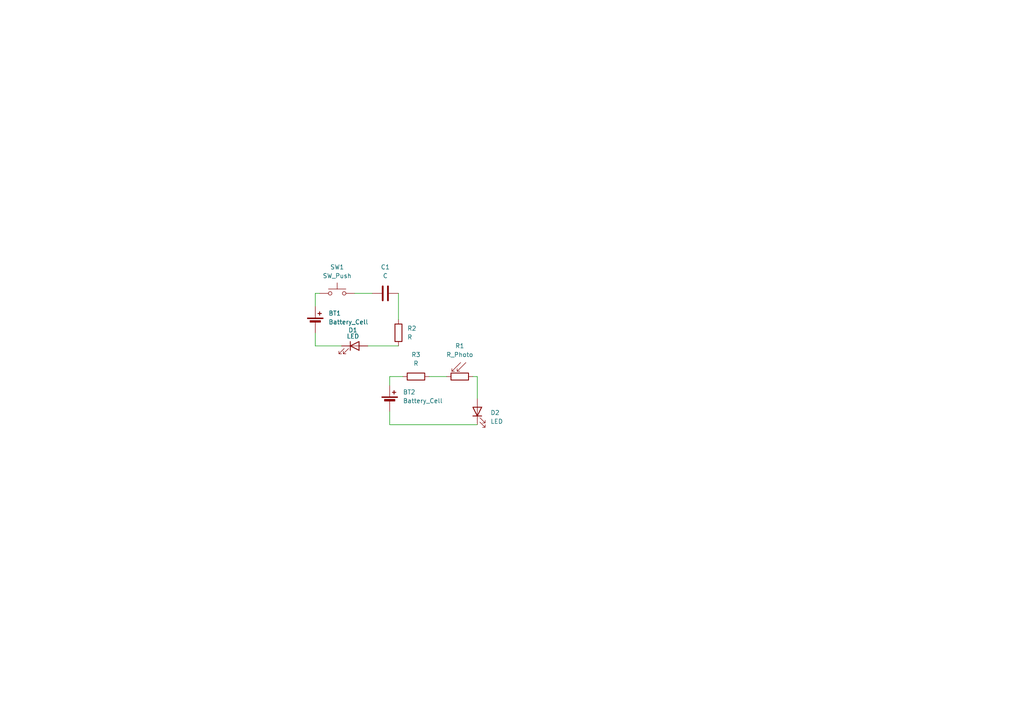
<source format=kicad_sch>
(kicad_sch (version 20250114) (generator "eeschema") (generator_version "9.0")
  (paper "A4")
  (lib_symbols
    (symbol "Device:Battery_Cell" (pin_numbers (hide yes)) (pin_names (offset 0) (hide yes))
      (property "Reference" "BT" (at 2.54 2.54 0))
      (property "Value" "Battery_Cell" (at 2.54 0 0))
      (symbol "Battery_Cell_0_1"
        (rectangle (start -2.286 1.778) (end 2.286 1.524) (fill (type outline)))
        (rectangle (start -1.524 1.016) (end 1.524 0.508) (fill (type outline)))
        (polyline (pts (xy 0 1.778) (xy 0 2.54)))
        (polyline (pts (xy 0 0.762) (xy 0 0)))
        (polyline (pts (xy 0.762 3.048) (xy 1.778 3.048)) (stroke (width 0.254)))
        (polyline (pts (xy 1.27 3.556) (xy 1.27 2.54)) (stroke (width 0.254)))
      )
      (symbol "Battery_Cell_1_1"
        (pin passive line (at 0 5.08 270) (length 2.54) (name "+") (number "1"))
        (pin passive line (at 0 -2.54 90) (length 2.54) (name "-") (number "2"))
      )
    )
    (symbol "Device:C" (pin_numbers (hide yes)) (pin_names (offset 0.254))
      (property "Reference" "C" (at 0.635 2.54 0))
      (property "Value" "C" (at 0.635 -2.54 0))
      (symbol "C_0_1"
        (polyline (pts (xy -2.032 0.762) (xy 2.032 0.762)) (stroke (width 0.508)))
        (polyline (pts (xy -2.032 -0.762) (xy 2.032 -0.762)) (stroke (width 0.508)))
      )
      (symbol "C_1_1"
        (pin passive line (at 0 3.81 270) (length 2.794) (name "~") (number "1"))
        (pin passive line (at 0 -3.81 90) (length 2.794) (name "~") (number "2"))
      )
    )
    (symbol "Device:LED" (pin_numbers (hide yes)) (pin_names (offset 1.016) (hide yes))
      (property "Reference" "D" (at 0 2.54 0))
      (property "Value" "LED" (at 0 -2.54 0))
      (symbol "LED_0_1"
        (polyline (pts (xy -3.048 -0.762) (xy -4.572 -2.286) (xy -3.81 -2.286) (xy -4.572 -2.286) (xy -4.572 -1.524)))
        (polyline (pts (xy -1.778 -0.762) (xy -3.302 -2.286) (xy -2.54 -2.286) (xy -3.302 -2.286) (xy -3.302 -1.524)))
        (polyline (pts (xy -1.27 0) (xy 1.27 0)))
        (polyline (pts (xy -1.27 -1.27) (xy -1.27 1.27)) (stroke (width 0.254)))
        (polyline (pts (xy 1.27 -1.27) (xy 1.27 1.27) (xy -1.27 0) (xy 1.27 -1.27)) (stroke (width 0.254)))
      )
      (symbol "LED_1_1"
        (pin passive line (at -3.81 0 0) (length 2.54) (name "K") (number "1"))
        (pin passive line (at 3.81 0 180) (length 2.54) (name "A") (number "2"))
      )
    )
    (symbol "Device:R" (pin_numbers (hide yes)) (pin_names (offset 0))
      (property "Reference" "R" (at 2.032 0 90))
      (property "Value" "R" (at 0 0 90))
      (symbol "R_0_1"
        (rectangle (start -1.016 -2.54) (end 1.016 2.54) (stroke (width 0.254)))
      )
      (symbol "R_1_1"
        (pin passive line (at 0 3.81 270) (length 1.27) (name "~") (number "1"))
        (pin passive line (at 0 -3.81 90) (length 1.27) (name "~") (number "2"))
      )
    )
    (symbol "Device:R_Photo" (pin_numbers (hide yes)) (pin_names (offset 0))
      (property "Reference" "R" (at 1.27 1.27 0))
      (property "Value" "R_Photo" (at 1.27 0 0))
      (symbol "R_Photo_0_1"
        (polyline (pts (xy -1.524 -0.762) (xy -4.064 1.778)))
        (polyline (pts (xy -1.524 -0.762) (xy -2.286 -0.762)))
        (polyline (pts (xy -1.524 -0.762) (xy -1.524 0)))
        (polyline (pts (xy -1.524 -2.286) (xy -4.064 0.254)))
        (polyline (pts (xy -1.524 -2.286) (xy -2.286 -2.286)))
        (polyline (pts (xy -1.524 -2.286) (xy -1.524 -1.524)))
        (rectangle (start -1.016 2.54) (end 1.016 -2.54) (stroke (width 0.254)))
      )
      (symbol "R_Photo_1_1"
        (pin passive line (at 0 3.81 270) (length 1.27) (name "~") (number "1"))
        (pin passive line (at 0 -3.81 90) (length 1.27) (name "~") (number "2"))
      )
    )
    (symbol "Switch:SW_Push" (pin_numbers (hide yes)) (pin_names (offset 1.016) (hide yes))
      (property "Reference" "SW" (at 1.27 2.54 0))
      (property "Value" "SW_Push" (at 0 -1.524 0))
      (symbol "SW_Push_0_1"
        (circle (center -2.032 0) (radius 0.508))
        (polyline (pts (xy 0 1.27) (xy 0 3.048)))
        (circle (center 2.032 0) (radius 0.508))
        (polyline (pts (xy 2.54 1.27) (xy -2.54 1.27)))
        (pin passive line (at -5.08 0 0) (length 2.54) (name "1") (number "1"))
        (pin passive line (at 5.08 0 180) (length 2.54) (name "2") (number "2"))
      )
    )
  )
  (wire (pts (xy 91.44 85.09) (xy 92.71 85.09)))
  (wire (pts (xy 137.16 109.22) (xy 138.43 109.22)))
  (wire (pts (xy 115.57 100.33) (xy 106.68 100.33)))
  (wire (pts (xy 115.57 85.09) (xy 115.57 92.71)))
  (wire (pts (xy 99.06 100.33) (xy 91.44 100.33)))
  (wire (pts (xy 113.03 123.19) (xy 113.03 119.38)))
  (wire (pts (xy 91.44 100.33) (xy 91.44 96.52)))
  (wire (pts (xy 124.46 109.22) (xy 129.54 109.22)))
  (wire (pts (xy 138.43 123.19) (xy 113.03 123.19)))
  (wire (pts (xy 113.03 109.22) (xy 116.84 109.22)))
  (wire (pts (xy 91.44 88.9) (xy 91.44 85.09)))
  (wire (pts (xy 113.03 111.76) (xy 113.03 109.22)))
  (wire (pts (xy 138.43 109.22) (xy 138.43 115.57)))
  (wire (pts (xy 102.87 85.09) (xy 107.95 85.09)))
  (symbol (lib_id "Device:C") (at 111.76 85.09 90) (unit 1)
    (property "Reference" "C1" (at 111.76 77.47 90))
    (property "Value" "C" (at 111.76 80.01 90))
    (property "Footprint" "Capacitor_THT:CP_Radial_D8.0mm_P5.00mm" (effects (hide yes)))
    (property "Description" "Unpolarized capacitor" (effects (hide yes)))
  )
  (symbol (lib_id "Device:R") (at 115.57 96.52 0) (unit 1)
    (property "Reference" "R2" (at 118.11 95.2499 0) (effects (justify left)))
    (property "Value" "R" (at 118.11 97.7899 0) (effects (justify left)))
    (property "Footprint" "Resistor_THT:R_Axial_DIN0207_L6.3mm_D2.5mm_P7.62mm_Horizontal" (effects (hide yes)))
    (property "Description" "Resistor" (effects (hide yes)))
  )
  (symbol (lib_id "Device:R") (at 120.65 109.22 90) (unit 1)
    (property "Reference" "R3" (at 120.65 102.87 90))
    (property "Value" "R" (at 120.65 105.41 90))
    (property "Footprint" "Resistor_THT:R_Axial_DIN0207_L6.3mm_D2.5mm_P7.62mm_Horizontal" (effects (hide yes)))
    (property "Description" "Resistor" (effects (hide yes)))
  )
  (symbol (lib_id "Device:LED") (at 102.87 100.33 0) (unit 1)
    (property "Reference" "D1" (at 102.362 95.758 0))
    (property "Value" "LED" (at 102.362 97.536 0))
    (property "Footprint" "LED_THT:LED_D5.0mm" (effects (hide yes)))
    (property "Description" "Light emitting diode" (effects (hide yes)))
    (property "Sim.Pins" "1=K 2=A" (effects (hide yes)))
  )
  (symbol (lib_id "Device:Battery_Cell") (at 113.03 116.84 0) (unit 1)
    (property "Reference" "BT2" (at 116.84 113.7284 0) (effects (justify left)))
    (property "Value" "Battery_Cell" (at 116.84 116.2684 0) (effects (justify left)))
    (property "Footprint" "Battery:BatteryHolder_Keystone_3034_1x20mm" (effects (hide yes)))
    (property "Description" "Single-cell battery" (effects (hide yes)))
  )
  (symbol (lib_id "Device:Battery_Cell") (at 91.44 93.98 0) (unit 1)
    (property "Reference" "BT1" (at 95.25 90.8684 0) (effects (justify left)))
    (property "Value" "Battery_Cell" (at 95.25 93.4084 0) (effects (justify left)))
    (property "Footprint" "Battery:BatteryHolder_Keystone_3034_1x20mm" (effects (hide yes)))
    (property "Description" "Single-cell battery" (effects (hide yes)))
  )
  (symbol (lib_id "Device:LED") (at 138.43 119.38 90) (unit 1)
    (property "Reference" "D2" (at 142.24 119.6974 90) (effects (justify right)))
    (property "Value" "LED" (at 142.24 122.2374 90) (effects (justify right)))
    (property "Footprint" "LED_THT:LED_D5.0mm" (effects (hide yes)))
    (property "Description" "Light emitting diode" (effects (hide yes)))
    (property "Sim.Pins" "1=K 2=A" (effects (hide yes)))
  )
  (symbol (lib_id "Switch:SW_Push") (at 97.79 85.09 0) (unit 1)
    (property "Reference" "SW1" (at 97.79 77.47 0))
    (property "Value" "SW_Push" (at 97.79 80.01 0))
    (property "Footprint" "Button_Switch_THT:SW_PUSH_6mm" (effects (hide yes)))
    (property "Description" "Push button switch, generic, two pins" (effects (hide yes)))
  )
  (symbol (lib_id "Device:R_Photo") (at 133.35 109.22 270) (unit 1)
    (property "Reference" "R1" (at 133.35 100.33 90))
    (property "Value" "R_Photo" (at 133.35 102.87 90))
    (property "Footprint" "OptoDevice:R_LDR_5.1x4.3mm_P3.4mm_Vertical" (effects (hide yes)))
    (property "Description" "Photoresistor" (effects (hide yes)))
  )
)
</source>
